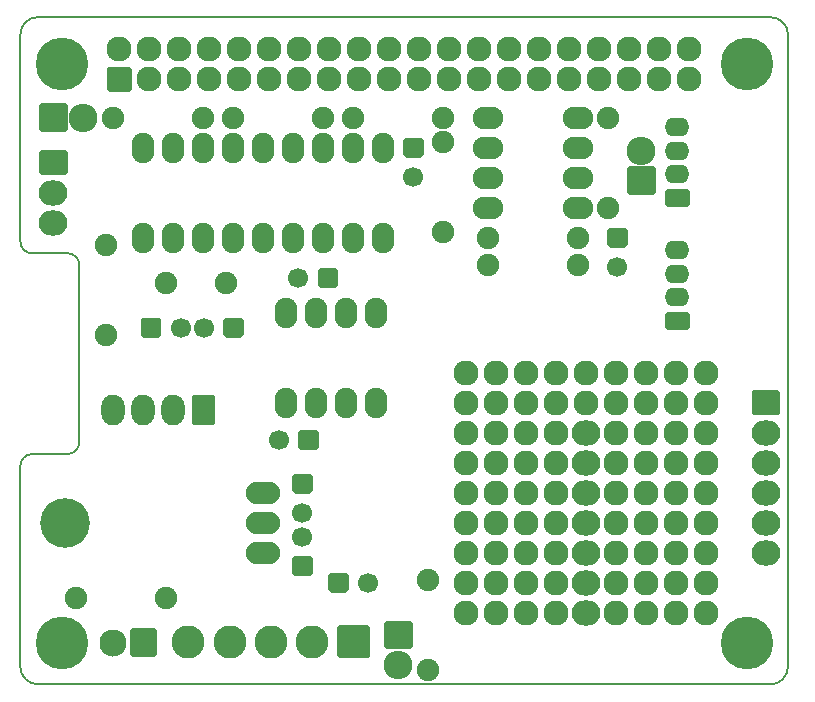
<source format=gts>
%TF.GenerationSoftware,KiCad,Pcbnew,5.1.10-88a1d61d58~88~ubuntu20.04.1*%
%TF.CreationDate,2021-05-27T11:01:54+02:00*%
%TF.ProjectId,RPi-MCP2515,5250692d-4d43-4503-9235-31352e6b6963,rev?*%
%TF.SameCoordinates,Original*%
%TF.FileFunction,Soldermask,Top*%
%TF.FilePolarity,Negative*%
%FSLAX46Y46*%
G04 Gerber Fmt 4.6, Leading zero omitted, Abs format (unit mm)*
G04 Created by KiCad (PCBNEW 5.1.10-88a1d61d58~88~ubuntu20.04.1) date 2021-05-27 11:01:54*
%MOMM*%
%LPD*%
G01*
G04 APERTURE LIST*
%TA.AperFunction,Profile*%
%ADD10C,0.150000*%
%TD*%
%ADD11C,4.464000*%
%ADD12O,2.099260X1.598880*%
%ADD13O,2.127200X2.127200*%
%ADD14O,1.901140X2.599640*%
%ADD15C,1.700000*%
%ADD16C,1.900000*%
%ADD17C,2.300000*%
%ADD18O,2.432000X2.432000*%
%ADD19O,2.899360X1.901140*%
%ADD20C,4.199840*%
%ADD21C,2.127200*%
%ADD22O,2.432000X2.127200*%
%ADD23O,2.000200X2.597100*%
%ADD24C,2.800000*%
%ADD25O,2.599640X1.901140*%
G04 APERTURE END LIST*
D10*
X129500000Y-71500000D02*
X191500000Y-71500000D01*
X128000000Y-90500000D02*
X128000000Y-73000000D01*
X128000000Y-90500000D02*
G75*
G03*
X129000000Y-91500000I1000000J0D01*
G01*
X129000000Y-91500000D02*
X132000000Y-91500000D01*
X133000000Y-92500000D02*
G75*
G03*
X132000000Y-91500000I-1000000J0D01*
G01*
X133000000Y-107500000D02*
X133000000Y-92500000D01*
X128000000Y-126500000D02*
X128000000Y-109500000D01*
X129000000Y-108500000D02*
X132000000Y-108500000D01*
X132000000Y-108500000D02*
G75*
G03*
X133000000Y-107500000I0J1000000D01*
G01*
X129000000Y-108500000D02*
G75*
G03*
X128000000Y-109500000I0J-1000000D01*
G01*
X191500000Y-128000000D02*
X129500000Y-128000000D01*
X193000000Y-73000000D02*
X193000000Y-126500000D01*
X129500000Y-71500000D02*
G75*
G03*
X128000000Y-73000000I0J-1500000D01*
G01*
X128000000Y-126500000D02*
G75*
G03*
X129500000Y-128000000I1500000J0D01*
G01*
X191500000Y-128000000D02*
G75*
G03*
X193000000Y-126500000I0J1500000D01*
G01*
X193000000Y-73000000D02*
G75*
G03*
X191500000Y-71500000I-1500000J0D01*
G01*
D11*
%TO.C,REF\u002A\u002A*%
X189500000Y-75500000D03*
%TD*%
%TO.C,P5*%
G36*
G01*
X184491630Y-98033180D02*
X182792370Y-98033180D01*
G75*
G02*
X182592370Y-97833180I0J200000D01*
G01*
X182592370Y-96634300D01*
G75*
G02*
X182792370Y-96434300I200000J0D01*
G01*
X184491630Y-96434300D01*
G75*
G02*
X184691630Y-96634300I0J-200000D01*
G01*
X184691630Y-97833180D01*
G75*
G02*
X184491630Y-98033180I-200000J0D01*
G01*
G37*
D12*
X183642000Y-95234760D03*
X183642000Y-93233240D03*
X183642000Y-91234260D03*
%TD*%
D11*
%TO.C,REF\u002A\u002A*%
X131500000Y-124500000D03*
%TD*%
%TO.C,REF\u002A\u002A*%
X131500000Y-75500000D03*
%TD*%
%TO.C,P1*%
G36*
G01*
X135309000Y-77622400D02*
X135309000Y-75895200D01*
G75*
G02*
X135509000Y-75695200I200000J0D01*
G01*
X137236200Y-75695200D01*
G75*
G02*
X137436200Y-75895200I0J-200000D01*
G01*
X137436200Y-77622400D01*
G75*
G02*
X137236200Y-77822400I-200000J0D01*
G01*
X135509000Y-77822400D01*
G75*
G02*
X135309000Y-77622400I0J200000D01*
G01*
G37*
D13*
X136372600Y-74218800D03*
X138912600Y-76758800D03*
X138912600Y-74218800D03*
X141452600Y-76758800D03*
X141452600Y-74218800D03*
X143992600Y-76758800D03*
X143992600Y-74218800D03*
X146532600Y-76758800D03*
X146532600Y-74218800D03*
X149072600Y-76758800D03*
X149072600Y-74218800D03*
X151612600Y-76758800D03*
X151612600Y-74218800D03*
X154152600Y-76758800D03*
X154152600Y-74218800D03*
X156692600Y-76758800D03*
X156692600Y-74218800D03*
X159232600Y-76758800D03*
X159232600Y-74218800D03*
X161772600Y-76758800D03*
X161772600Y-74218800D03*
X164312600Y-76758800D03*
X164312600Y-74218800D03*
X166852600Y-76758800D03*
X166852600Y-74218800D03*
X169392600Y-76758800D03*
X169392600Y-74218800D03*
X171932600Y-76758800D03*
X171932600Y-74218800D03*
X174472600Y-76758800D03*
X174472600Y-74218800D03*
X177012600Y-76758800D03*
X177012600Y-74218800D03*
X179552600Y-76758800D03*
X179552600Y-74218800D03*
X182092600Y-76758800D03*
X182092600Y-74218800D03*
X184632600Y-76758800D03*
X184632600Y-74218800D03*
%TD*%
D14*
%TO.C,U2*%
X150495000Y-96520000D03*
X153035000Y-96520000D03*
X155575000Y-96520000D03*
X158115000Y-96520000D03*
X158115000Y-104140000D03*
X155575000Y-104140000D03*
X153035000Y-104140000D03*
X150495000Y-104140000D03*
%TD*%
%TO.C,C3*%
G36*
G01*
X160640000Y-81700000D02*
X161940000Y-81700000D01*
G75*
G02*
X162140000Y-81900000I0J-200000D01*
G01*
X162140000Y-83200000D01*
G75*
G02*
X161940000Y-83400000I-200000J0D01*
G01*
X160640000Y-83400000D01*
G75*
G02*
X160440000Y-83200000I0J200000D01*
G01*
X160440000Y-81900000D01*
G75*
G02*
X160640000Y-81700000I200000J0D01*
G01*
G37*
D15*
X161290000Y-85050000D03*
%TD*%
D16*
%TO.C,R1*%
X146050000Y-80010000D03*
X153670000Y-80010000D03*
%TD*%
%TO.C,C1*%
G36*
G01*
X146900000Y-97140000D02*
X146900000Y-98440000D01*
G75*
G02*
X146700000Y-98640000I-200000J0D01*
G01*
X145400000Y-98640000D01*
G75*
G02*
X145200000Y-98440000I0J200000D01*
G01*
X145200000Y-97140000D01*
G75*
G02*
X145400000Y-96940000I200000J0D01*
G01*
X146700000Y-96940000D01*
G75*
G02*
X146900000Y-97140000I0J-200000D01*
G01*
G37*
D15*
X143550000Y-97790000D03*
%TD*%
%TO.C,C2*%
G36*
G01*
X138215000Y-98440000D02*
X138215000Y-97140000D01*
G75*
G02*
X138415000Y-96940000I200000J0D01*
G01*
X139715000Y-96940000D01*
G75*
G02*
X139915000Y-97140000I0J-200000D01*
G01*
X139915000Y-98440000D01*
G75*
G02*
X139715000Y-98640000I-200000J0D01*
G01*
X138415000Y-98640000D01*
G75*
G02*
X138215000Y-98440000I0J200000D01*
G01*
G37*
X141565000Y-97790000D03*
%TD*%
%TO.C,C4*%
G36*
G01*
X177912000Y-89320000D02*
X179212000Y-89320000D01*
G75*
G02*
X179412000Y-89520000I0J-200000D01*
G01*
X179412000Y-90820000D01*
G75*
G02*
X179212000Y-91020000I-200000J0D01*
G01*
X177912000Y-91020000D01*
G75*
G02*
X177712000Y-90820000I0J200000D01*
G01*
X177712000Y-89520000D01*
G75*
G02*
X177912000Y-89320000I200000J0D01*
G01*
G37*
X178562000Y-92670000D03*
%TD*%
D16*
%TO.C,R3*%
X163830000Y-80010000D03*
X156210000Y-80010000D03*
%TD*%
%TO.C,R4*%
X135255000Y-90805000D03*
X135255000Y-98425000D03*
%TD*%
%TO.C,C5*%
G36*
G01*
X154901000Y-92923600D02*
X154901000Y-94223600D01*
G75*
G02*
X154701000Y-94423600I-200000J0D01*
G01*
X153401000Y-94423600D01*
G75*
G02*
X153201000Y-94223600I0J200000D01*
G01*
X153201000Y-92923600D01*
G75*
G02*
X153401000Y-92723600I200000J0D01*
G01*
X154701000Y-92723600D01*
G75*
G02*
X154901000Y-92923600I0J-200000D01*
G01*
G37*
D15*
X151551000Y-93573600D03*
%TD*%
D16*
%TO.C,R2*%
X135890000Y-80010000D03*
X143510000Y-80010000D03*
%TD*%
D11*
%TO.C,REF\u002A\u002A*%
X189500000Y-124500000D03*
%TD*%
%TO.C,C6*%
G36*
G01*
X151242000Y-110148000D02*
X152542000Y-110148000D01*
G75*
G02*
X152742000Y-110348000I0J-200000D01*
G01*
X152742000Y-111648000D01*
G75*
G02*
X152542000Y-111848000I-200000J0D01*
G01*
X151242000Y-111848000D01*
G75*
G02*
X151042000Y-111648000I0J200000D01*
G01*
X151042000Y-110348000D01*
G75*
G02*
X151242000Y-110148000I200000J0D01*
G01*
G37*
D15*
X151892000Y-113498000D03*
%TD*%
%TO.C,C7*%
G36*
G01*
X152542000Y-118833000D02*
X151242000Y-118833000D01*
G75*
G02*
X151042000Y-118633000I0J200000D01*
G01*
X151042000Y-117333000D01*
G75*
G02*
X151242000Y-117133000I200000J0D01*
G01*
X152542000Y-117133000D01*
G75*
G02*
X152742000Y-117333000I0J-200000D01*
G01*
X152742000Y-118633000D01*
G75*
G02*
X152542000Y-118833000I-200000J0D01*
G01*
G37*
X151892000Y-115483000D03*
%TD*%
%TO.C,D1*%
G36*
G01*
X137480000Y-123260000D02*
X139380000Y-123260000D01*
G75*
G02*
X139580000Y-123460000I0J-200000D01*
G01*
X139580000Y-125460000D01*
G75*
G02*
X139380000Y-125660000I-200000J0D01*
G01*
X137480000Y-125660000D01*
G75*
G02*
X137280000Y-125460000I0J200000D01*
G01*
X137280000Y-123460000D01*
G75*
G02*
X137480000Y-123260000I200000J0D01*
G01*
G37*
D17*
X135890000Y-124460000D03*
%TD*%
%TO.C,P6*%
G36*
G01*
X161236000Y-122809000D02*
X161236000Y-124841000D01*
G75*
G02*
X161036000Y-125041000I-200000J0D01*
G01*
X159004000Y-125041000D01*
G75*
G02*
X158804000Y-124841000I0J200000D01*
G01*
X158804000Y-122809000D01*
G75*
G02*
X159004000Y-122609000I200000J0D01*
G01*
X161036000Y-122609000D01*
G75*
G02*
X161236000Y-122809000I0J-200000D01*
G01*
G37*
D18*
X160020000Y-126365000D03*
%TD*%
D16*
%TO.C,R5*%
X132715000Y-120650000D03*
X140335000Y-120650000D03*
%TD*%
D19*
%TO.C,U7*%
X148590000Y-114300000D03*
X148590000Y-111760000D03*
X148590000Y-116840000D03*
D20*
X131826000Y-114300000D03*
%TD*%
D16*
%TO.C,Y1*%
X145415000Y-93980000D03*
X140335000Y-93980000D03*
%TD*%
D14*
%TO.C,U1*%
X158750000Y-90170000D03*
X156210000Y-90170000D03*
X153670000Y-90170000D03*
X151130000Y-90170000D03*
X148590000Y-90170000D03*
X146050000Y-90170000D03*
X143510000Y-90170000D03*
X140970000Y-90170000D03*
X138430000Y-90170000D03*
X138430000Y-82550000D03*
X140970000Y-82550000D03*
X143510000Y-82550000D03*
X146050000Y-82550000D03*
X148590000Y-82550000D03*
X151130000Y-82550000D03*
X153670000Y-82550000D03*
X156210000Y-82550000D03*
X158750000Y-82550000D03*
%TD*%
D16*
%TO.C,R13*%
X162560000Y-126746000D03*
X162560000Y-119126000D03*
%TD*%
D21*
%TO.C,P12*%
X175895000Y-104140000D03*
D22*
X175895000Y-106680000D03*
X175895000Y-109220000D03*
X175895000Y-111760000D03*
X175895000Y-114300000D03*
X175895000Y-116840000D03*
X175895000Y-119380000D03*
X175895000Y-121920000D03*
%TD*%
D21*
%TO.C,P13*%
X180975000Y-104140000D03*
D13*
X178435000Y-104140000D03*
X180975000Y-106680000D03*
X178435000Y-106680000D03*
X180975000Y-109220000D03*
X178435000Y-109220000D03*
X180975000Y-111760000D03*
X178435000Y-111760000D03*
X180975000Y-114300000D03*
X178435000Y-114300000D03*
X180975000Y-116840000D03*
X178435000Y-116840000D03*
X180975000Y-119380000D03*
X178435000Y-119380000D03*
X180975000Y-121920000D03*
X178435000Y-121920000D03*
%TD*%
D21*
%TO.C,P14*%
X186055000Y-104140000D03*
D13*
X183515000Y-104140000D03*
X186055000Y-106680000D03*
X183515000Y-106680000D03*
X186055000Y-109220000D03*
X183515000Y-109220000D03*
X186055000Y-111760000D03*
X183515000Y-111760000D03*
X186055000Y-114300000D03*
X183515000Y-114300000D03*
X186055000Y-116840000D03*
X183515000Y-116840000D03*
X186055000Y-119380000D03*
X183515000Y-119380000D03*
X186055000Y-121920000D03*
X183515000Y-121920000D03*
%TD*%
D16*
%TO.C,R14*%
X163830000Y-82042000D03*
X163830000Y-89662000D03*
%TD*%
%TO.C,R15*%
X175260000Y-92456000D03*
X167640000Y-92456000D03*
%TD*%
%TO.C,R24*%
X177800000Y-87630000D03*
X177800000Y-80010000D03*
%TD*%
%TO.C,R25*%
X175260000Y-90170000D03*
X167640000Y-90170000D03*
%TD*%
D21*
%TO.C,P10*%
X168275000Y-104140000D03*
D13*
X165735000Y-104140000D03*
X168275000Y-106680000D03*
X165735000Y-106680000D03*
X168275000Y-109220000D03*
X165735000Y-109220000D03*
X168275000Y-111760000D03*
X165735000Y-111760000D03*
X168275000Y-114300000D03*
X165735000Y-114300000D03*
X168275000Y-116840000D03*
X165735000Y-116840000D03*
X168275000Y-119380000D03*
X165735000Y-119380000D03*
X168275000Y-121920000D03*
X165735000Y-121920000D03*
%TD*%
D21*
%TO.C,P11*%
X173355000Y-104140000D03*
D13*
X170815000Y-104140000D03*
X173355000Y-106680000D03*
X170815000Y-106680000D03*
X173355000Y-109220000D03*
X170815000Y-109220000D03*
X173355000Y-111760000D03*
X170815000Y-111760000D03*
X173355000Y-114300000D03*
X170815000Y-114300000D03*
X173355000Y-116840000D03*
X170815000Y-116840000D03*
X173355000Y-119380000D03*
X170815000Y-119380000D03*
X173355000Y-121920000D03*
X170815000Y-121920000D03*
%TD*%
%TO.C,P2*%
G36*
G01*
X129794000Y-78794000D02*
X131826000Y-78794000D01*
G75*
G02*
X132026000Y-78994000I0J-200000D01*
G01*
X132026000Y-81026000D01*
G75*
G02*
X131826000Y-81226000I-200000J0D01*
G01*
X129794000Y-81226000D01*
G75*
G02*
X129594000Y-81026000I0J200000D01*
G01*
X129594000Y-78994000D01*
G75*
G02*
X129794000Y-78794000I200000J0D01*
G01*
G37*
D18*
X133350000Y-80010000D03*
%TD*%
%TO.C,C8*%
G36*
G01*
X153250000Y-106665000D02*
X153250000Y-107965000D01*
G75*
G02*
X153050000Y-108165000I-200000J0D01*
G01*
X151750000Y-108165000D01*
G75*
G02*
X151550000Y-107965000I0J200000D01*
G01*
X151550000Y-106665000D01*
G75*
G02*
X151750000Y-106465000I200000J0D01*
G01*
X153050000Y-106465000D01*
G75*
G02*
X153250000Y-106665000I0J-200000D01*
G01*
G37*
D15*
X149900000Y-107315000D03*
%TD*%
%TO.C,C9*%
G36*
G01*
X154090000Y-120030000D02*
X154090000Y-118730000D01*
G75*
G02*
X154290000Y-118530000I200000J0D01*
G01*
X155590000Y-118530000D01*
G75*
G02*
X155790000Y-118730000I0J-200000D01*
G01*
X155790000Y-120030000D01*
G75*
G02*
X155590000Y-120230000I-200000J0D01*
G01*
X154290000Y-120230000D01*
G75*
G02*
X154090000Y-120030000I0J200000D01*
G01*
G37*
X157440000Y-119380000D03*
%TD*%
%TO.C,P16*%
G36*
G01*
X144510100Y-103676450D02*
X144510100Y-105873550D01*
G75*
G02*
X144310100Y-106073550I-200000J0D01*
G01*
X142709900Y-106073550D01*
G75*
G02*
X142509900Y-105873550I0J200000D01*
G01*
X142509900Y-103676450D01*
G75*
G02*
X142709900Y-103476450I200000J0D01*
G01*
X144310100Y-103476450D01*
G75*
G02*
X144510100Y-103676450I0J-200000D01*
G01*
G37*
D23*
X140970000Y-104775000D03*
X138430000Y-104775000D03*
X135890000Y-104775000D03*
%TD*%
%TO.C,P9*%
G36*
G01*
X184491630Y-87619180D02*
X182792370Y-87619180D01*
G75*
G02*
X182592370Y-87419180I0J200000D01*
G01*
X182592370Y-86220300D01*
G75*
G02*
X182792370Y-86020300I200000J0D01*
G01*
X184491630Y-86020300D01*
G75*
G02*
X184691630Y-86220300I0J-200000D01*
G01*
X184691630Y-87419180D01*
G75*
G02*
X184491630Y-87619180I-200000J0D01*
G01*
G37*
D12*
X183642000Y-84820760D03*
X183642000Y-82819240D03*
X183642000Y-80820260D03*
%TD*%
D21*
%TO.C,P4*%
X165735000Y-101600000D03*
X168275000Y-101600000D03*
X170815000Y-101600000D03*
X173355000Y-101600000D03*
D13*
X175895000Y-101600000D03*
X178435000Y-101600000D03*
D21*
X180975000Y-101600000D03*
D13*
X183515000Y-101600000D03*
D21*
X186055000Y-101600000D03*
%TD*%
%TO.C,P8*%
G36*
G01*
X181810000Y-84328000D02*
X181810000Y-86360000D01*
G75*
G02*
X181610000Y-86560000I-200000J0D01*
G01*
X179578000Y-86560000D01*
G75*
G02*
X179378000Y-86360000I0J200000D01*
G01*
X179378000Y-84328000D01*
G75*
G02*
X179578000Y-84128000I200000J0D01*
G01*
X181610000Y-84128000D01*
G75*
G02*
X181810000Y-84328000I0J-200000D01*
G01*
G37*
D18*
X180594000Y-82804000D03*
%TD*%
%TO.C,P3*%
G36*
G01*
X132026000Y-82956400D02*
X132026000Y-84683600D01*
G75*
G02*
X131826000Y-84883600I-200000J0D01*
G01*
X129794000Y-84883600D01*
G75*
G02*
X129594000Y-84683600I0J200000D01*
G01*
X129594000Y-82956400D01*
G75*
G02*
X129794000Y-82756400I200000J0D01*
G01*
X131826000Y-82756400D01*
G75*
G02*
X132026000Y-82956400I0J-200000D01*
G01*
G37*
D22*
X130810000Y-86360000D03*
X130810000Y-88900000D03*
%TD*%
D24*
%TO.C,P7*%
X152725000Y-124395000D03*
G36*
G01*
X154825000Y-125595000D02*
X154825000Y-123195000D01*
G75*
G02*
X155025000Y-122995000I200000J0D01*
G01*
X157425000Y-122995000D01*
G75*
G02*
X157625000Y-123195000I0J-200000D01*
G01*
X157625000Y-125595000D01*
G75*
G02*
X157425000Y-125795000I-200000J0D01*
G01*
X155025000Y-125795000D01*
G75*
G02*
X154825000Y-125595000I0J200000D01*
G01*
G37*
X149225000Y-124395000D03*
X145725000Y-124395000D03*
X142225000Y-124395000D03*
%TD*%
D25*
%TO.C,U3*%
X167640000Y-87630000D03*
X167640000Y-85090000D03*
X167640000Y-82550000D03*
X167640000Y-80010000D03*
X175260000Y-80010000D03*
X175260000Y-82550000D03*
X175260000Y-85090000D03*
X175260000Y-87630000D03*
%TD*%
%TO.C,P15*%
G36*
G01*
X190119000Y-103076400D02*
X192151000Y-103076400D01*
G75*
G02*
X192351000Y-103276400I0J-200000D01*
G01*
X192351000Y-105003600D01*
G75*
G02*
X192151000Y-105203600I-200000J0D01*
G01*
X190119000Y-105203600D01*
G75*
G02*
X189919000Y-105003600I0J200000D01*
G01*
X189919000Y-103276400D01*
G75*
G02*
X190119000Y-103076400I200000J0D01*
G01*
G37*
D22*
X191135000Y-106680000D03*
X191135000Y-109220000D03*
X191135000Y-111760000D03*
X191135000Y-114300000D03*
X191135000Y-116840000D03*
%TD*%
M02*

</source>
